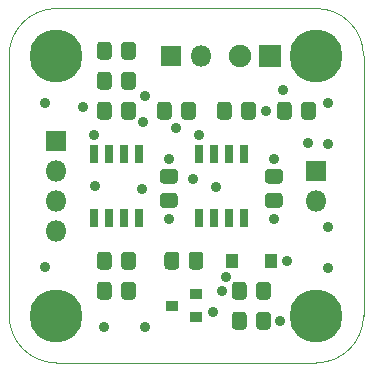
<source format=gbr>
%TF.GenerationSoftware,KiCad,Pcbnew,5.1.6+dfsg1-1~bpo10+1*%
%TF.CreationDate,2021-07-29T14:25:11+02:00*%
%TF.ProjectId,PW_Cond,50575f43-6f6e-4642-9e6b-696361645f70,rev?*%
%TF.SameCoordinates,Original*%
%TF.FileFunction,Soldermask,Top*%
%TF.FilePolarity,Negative*%
%FSLAX46Y46*%
G04 Gerber Fmt 4.6, Leading zero omitted, Abs format (unit mm)*
G04 Created by KiCad (PCBNEW 5.1.6+dfsg1-1~bpo10+1) date 2021-07-29 14:25:11*
%MOMM*%
%LPD*%
G01*
G04 APERTURE LIST*
%TA.AperFunction,Profile*%
%ADD10C,0.050000*%
%TD*%
%ADD11R,0.700000X1.650000*%
%ADD12O,1.800000X1.800000*%
%ADD13R,1.800000X1.800000*%
%ADD14R,1.000000X1.300000*%
%ADD15R,1.000000X0.900000*%
%ADD16C,0.800000*%
%ADD17C,4.500000*%
%ADD18C,1.900000*%
%ADD19R,1.900000X1.900000*%
%ADD20C,0.900000*%
G04 APERTURE END LIST*
D10*
X122000000Y-126000000D02*
X100000000Y-126000000D01*
X96000000Y-100000000D02*
G75*
G02*
X100000000Y-96000000I4000000J0D01*
G01*
X100000000Y-126000000D02*
G75*
G02*
X96000000Y-122000000I0J4000000D01*
G01*
X126000000Y-122000000D02*
G75*
G02*
X122000000Y-126000000I-4000000J0D01*
G01*
X122000000Y-96000000D02*
G75*
G02*
X126000000Y-100000000I0J-4000000D01*
G01*
X100000000Y-96000000D02*
X122000000Y-96000000D01*
X96000000Y-100000000D02*
X96000000Y-122000000D01*
X126000000Y-100000000D02*
X126000000Y-122000000D01*
D11*
%TO.C,U2*%
X115875000Y-113700000D03*
X114605000Y-113700000D03*
X113335000Y-113700000D03*
X112065000Y-113700000D03*
X112065000Y-108300000D03*
X113335000Y-108300000D03*
X114605000Y-108300000D03*
X115875000Y-108300000D03*
%TD*%
D12*
%TO.C,J3*%
X122000000Y-112270000D03*
D13*
X122000000Y-109730000D03*
%TD*%
D11*
%TO.C,U1*%
X106985000Y-113700000D03*
X105715000Y-113700000D03*
X104445000Y-113700000D03*
X103175000Y-113700000D03*
X103175000Y-108300000D03*
X104445000Y-108300000D03*
X105715000Y-108300000D03*
X106985000Y-108300000D03*
%TD*%
D12*
%TO.C,J2*%
X100000000Y-114810000D03*
X100000000Y-112270000D03*
X100000000Y-109730000D03*
D13*
X100000000Y-107190000D03*
%TD*%
%TO.C,R2*%
G36*
G01*
X116910000Y-122908262D02*
X116910000Y-121951738D01*
G75*
G02*
X117181738Y-121680000I271738J0D01*
G01*
X117888262Y-121680000D01*
G75*
G02*
X118160000Y-121951738I0J-271738D01*
G01*
X118160000Y-122908262D01*
G75*
G02*
X117888262Y-123180000I-271738J0D01*
G01*
X117181738Y-123180000D01*
G75*
G02*
X116910000Y-122908262I0J271738D01*
G01*
G37*
G36*
G01*
X114860000Y-122908262D02*
X114860000Y-121951738D01*
G75*
G02*
X115131738Y-121680000I271738J0D01*
G01*
X115838262Y-121680000D01*
G75*
G02*
X116110000Y-121951738I0J-271738D01*
G01*
X116110000Y-122908262D01*
G75*
G02*
X115838262Y-123180000I-271738J0D01*
G01*
X115131738Y-123180000D01*
G75*
G02*
X114860000Y-122908262I0J271738D01*
G01*
G37*
%TD*%
%TO.C,R5*%
G36*
G01*
X104680000Y-116871250D02*
X104680000Y-117828750D01*
G75*
G02*
X104408750Y-118100000I-271250J0D01*
G01*
X103701250Y-118100000D01*
G75*
G02*
X103430000Y-117828750I0J271250D01*
G01*
X103430000Y-116871250D01*
G75*
G02*
X103701250Y-116600000I271250J0D01*
G01*
X104408750Y-116600000D01*
G75*
G02*
X104680000Y-116871250I0J-271250D01*
G01*
G37*
G36*
G01*
X106730000Y-116871738D02*
X106730000Y-117828262D01*
G75*
G02*
X106458262Y-118100000I-271738J0D01*
G01*
X105751738Y-118100000D01*
G75*
G02*
X105480000Y-117828262I0J271738D01*
G01*
X105480000Y-116871738D01*
G75*
G02*
X105751738Y-116600000I271738J0D01*
G01*
X106458262Y-116600000D01*
G75*
G02*
X106730000Y-116871738I0J-271738D01*
G01*
G37*
%TD*%
%TO.C,C1*%
G36*
G01*
X110003262Y-110830000D02*
X109046738Y-110830000D01*
G75*
G02*
X108775000Y-110558262I0J271738D01*
G01*
X108775000Y-109851738D01*
G75*
G02*
X109046738Y-109580000I271738J0D01*
G01*
X110003262Y-109580000D01*
G75*
G02*
X110275000Y-109851738I0J-271738D01*
G01*
X110275000Y-110558262D01*
G75*
G02*
X110003262Y-110830000I-271738J0D01*
G01*
G37*
G36*
G01*
X110003262Y-112880000D02*
X109046738Y-112880000D01*
G75*
G02*
X108775000Y-112608262I0J271738D01*
G01*
X108775000Y-111901738D01*
G75*
G02*
X109046738Y-111630000I271738J0D01*
G01*
X110003262Y-111630000D01*
G75*
G02*
X110275000Y-111901738I0J-271738D01*
G01*
X110275000Y-112608262D01*
G75*
G02*
X110003262Y-112880000I-271738J0D01*
G01*
G37*
%TD*%
%TO.C,R4*%
G36*
G01*
X104680000Y-104171738D02*
X104680000Y-105128262D01*
G75*
G02*
X104408262Y-105400000I-271738J0D01*
G01*
X103701738Y-105400000D01*
G75*
G02*
X103430000Y-105128262I0J271738D01*
G01*
X103430000Y-104171738D01*
G75*
G02*
X103701738Y-103900000I271738J0D01*
G01*
X104408262Y-103900000D01*
G75*
G02*
X104680000Y-104171738I0J-271738D01*
G01*
G37*
G36*
G01*
X106730000Y-104171738D02*
X106730000Y-105128262D01*
G75*
G02*
X106458262Y-105400000I-271738J0D01*
G01*
X105751738Y-105400000D01*
G75*
G02*
X105480000Y-105128262I0J271738D01*
G01*
X105480000Y-104171738D01*
G75*
G02*
X105751738Y-103900000I271738J0D01*
G01*
X106458262Y-103900000D01*
G75*
G02*
X106730000Y-104171738I0J-271738D01*
G01*
G37*
%TD*%
D14*
%TO.C,D1*%
X118160000Y-117350000D03*
X114860000Y-117350000D03*
%TD*%
%TO.C,R10*%
G36*
G01*
X119920000Y-104171738D02*
X119920000Y-105128262D01*
G75*
G02*
X119648262Y-105400000I-271738J0D01*
G01*
X118941738Y-105400000D01*
G75*
G02*
X118670000Y-105128262I0J271738D01*
G01*
X118670000Y-104171738D01*
G75*
G02*
X118941738Y-103900000I271738J0D01*
G01*
X119648262Y-103900000D01*
G75*
G02*
X119920000Y-104171738I0J-271738D01*
G01*
G37*
G36*
G01*
X121970000Y-104171738D02*
X121970000Y-105128262D01*
G75*
G02*
X121698262Y-105400000I-271738J0D01*
G01*
X120991738Y-105400000D01*
G75*
G02*
X120720000Y-105128262I0J271738D01*
G01*
X120720000Y-104171738D01*
G75*
G02*
X120991738Y-103900000I271738J0D01*
G01*
X121698262Y-103900000D01*
G75*
G02*
X121970000Y-104171738I0J-271738D01*
G01*
G37*
%TD*%
%TO.C,R9*%
G36*
G01*
X115640000Y-105128262D02*
X115640000Y-104171738D01*
G75*
G02*
X115911738Y-103900000I271738J0D01*
G01*
X116618262Y-103900000D01*
G75*
G02*
X116890000Y-104171738I0J-271738D01*
G01*
X116890000Y-105128262D01*
G75*
G02*
X116618262Y-105400000I-271738J0D01*
G01*
X115911738Y-105400000D01*
G75*
G02*
X115640000Y-105128262I0J271738D01*
G01*
G37*
G36*
G01*
X113590000Y-105128262D02*
X113590000Y-104171738D01*
G75*
G02*
X113861738Y-103900000I271738J0D01*
G01*
X114568262Y-103900000D01*
G75*
G02*
X114840000Y-104171738I0J-271738D01*
G01*
X114840000Y-105128262D01*
G75*
G02*
X114568262Y-105400000I-271738J0D01*
G01*
X113861738Y-105400000D01*
G75*
G02*
X113590000Y-105128262I0J271738D01*
G01*
G37*
%TD*%
%TO.C,R7*%
G36*
G01*
X109760000Y-104171738D02*
X109760000Y-105128262D01*
G75*
G02*
X109488262Y-105400000I-271738J0D01*
G01*
X108781738Y-105400000D01*
G75*
G02*
X108510000Y-105128262I0J271738D01*
G01*
X108510000Y-104171738D01*
G75*
G02*
X108781738Y-103900000I271738J0D01*
G01*
X109488262Y-103900000D01*
G75*
G02*
X109760000Y-104171738I0J-271738D01*
G01*
G37*
G36*
G01*
X111810000Y-104171738D02*
X111810000Y-105128262D01*
G75*
G02*
X111538262Y-105400000I-271738J0D01*
G01*
X110831738Y-105400000D01*
G75*
G02*
X110560000Y-105128262I0J271738D01*
G01*
X110560000Y-104171738D01*
G75*
G02*
X110831738Y-103900000I271738J0D01*
G01*
X111538262Y-103900000D01*
G75*
G02*
X111810000Y-104171738I0J-271738D01*
G01*
G37*
%TD*%
%TO.C,R8*%
G36*
G01*
X110395000Y-116871738D02*
X110395000Y-117828262D01*
G75*
G02*
X110123262Y-118100000I-271738J0D01*
G01*
X109416738Y-118100000D01*
G75*
G02*
X109145000Y-117828262I0J271738D01*
G01*
X109145000Y-116871738D01*
G75*
G02*
X109416738Y-116600000I271738J0D01*
G01*
X110123262Y-116600000D01*
G75*
G02*
X110395000Y-116871738I0J-271738D01*
G01*
G37*
G36*
G01*
X112445000Y-116871738D02*
X112445000Y-117828262D01*
G75*
G02*
X112173262Y-118100000I-271738J0D01*
G01*
X111466738Y-118100000D01*
G75*
G02*
X111195000Y-117828262I0J271738D01*
G01*
X111195000Y-116871738D01*
G75*
G02*
X111466738Y-116600000I271738J0D01*
G01*
X112173262Y-116600000D01*
G75*
G02*
X112445000Y-116871738I0J-271738D01*
G01*
G37*
%TD*%
%TO.C,C2*%
G36*
G01*
X118893262Y-110830000D02*
X117936738Y-110830000D01*
G75*
G02*
X117665000Y-110558262I0J271738D01*
G01*
X117665000Y-109851738D01*
G75*
G02*
X117936738Y-109580000I271738J0D01*
G01*
X118893262Y-109580000D01*
G75*
G02*
X119165000Y-109851738I0J-271738D01*
G01*
X119165000Y-110558262D01*
G75*
G02*
X118893262Y-110830000I-271738J0D01*
G01*
G37*
G36*
G01*
X118893262Y-112880000D02*
X117936738Y-112880000D01*
G75*
G02*
X117665000Y-112608262I0J271738D01*
G01*
X117665000Y-111901738D01*
G75*
G02*
X117936738Y-111630000I271738J0D01*
G01*
X118893262Y-111630000D01*
G75*
G02*
X119165000Y-111901738I0J-271738D01*
G01*
X119165000Y-112608262D01*
G75*
G02*
X118893262Y-112880000I-271738J0D01*
G01*
G37*
%TD*%
%TO.C,R6*%
G36*
G01*
X116910000Y-120368262D02*
X116910000Y-119411738D01*
G75*
G02*
X117181738Y-119140000I271738J0D01*
G01*
X117888262Y-119140000D01*
G75*
G02*
X118160000Y-119411738I0J-271738D01*
G01*
X118160000Y-120368262D01*
G75*
G02*
X117888262Y-120640000I-271738J0D01*
G01*
X117181738Y-120640000D01*
G75*
G02*
X116910000Y-120368262I0J271738D01*
G01*
G37*
G36*
G01*
X114860000Y-120368262D02*
X114860000Y-119411738D01*
G75*
G02*
X115131738Y-119140000I271738J0D01*
G01*
X115838262Y-119140000D01*
G75*
G02*
X116110000Y-119411738I0J-271738D01*
G01*
X116110000Y-120368262D01*
G75*
G02*
X115838262Y-120640000I-271738J0D01*
G01*
X115131738Y-120640000D01*
G75*
G02*
X114860000Y-120368262I0J271738D01*
G01*
G37*
%TD*%
D15*
%TO.C,Q1*%
X109795000Y-121160000D03*
X111795000Y-120210000D03*
X111795000Y-122110000D03*
%TD*%
D16*
%TO.C,H4*%
X101166726Y-120833274D03*
X100000000Y-120350000D03*
X98833274Y-120833274D03*
X98350000Y-122000000D03*
X98833274Y-123166726D03*
X100000000Y-123650000D03*
X101166726Y-123166726D03*
X101650000Y-122000000D03*
D17*
X100000000Y-122000000D03*
%TD*%
D16*
%TO.C,H3*%
X123166726Y-120833274D03*
X122000000Y-120350000D03*
X120833274Y-120833274D03*
X120350000Y-122000000D03*
X120833274Y-123166726D03*
X122000000Y-123650000D03*
X123166726Y-123166726D03*
X123650000Y-122000000D03*
D17*
X122000000Y-122000000D03*
%TD*%
D16*
%TO.C,H2*%
X123166726Y-98833274D03*
X122000000Y-98350000D03*
X120833274Y-98833274D03*
X120350000Y-100000000D03*
X120833274Y-101166726D03*
X122000000Y-101650000D03*
X123166726Y-101166726D03*
X123650000Y-100000000D03*
D17*
X122000000Y-100000000D03*
%TD*%
D16*
%TO.C,H1*%
X101166726Y-98833274D03*
X100000000Y-98350000D03*
X98833274Y-98833274D03*
X98350000Y-100000000D03*
X98833274Y-101166726D03*
X100000000Y-101650000D03*
X101166726Y-101166726D03*
X101650000Y-100000000D03*
D17*
X100000000Y-100000000D03*
%TD*%
%TO.C,R11*%
G36*
G01*
X105480000Y-100048262D02*
X105480000Y-99091738D01*
G75*
G02*
X105751738Y-98820000I271738J0D01*
G01*
X106458262Y-98820000D01*
G75*
G02*
X106730000Y-99091738I0J-271738D01*
G01*
X106730000Y-100048262D01*
G75*
G02*
X106458262Y-100320000I-271738J0D01*
G01*
X105751738Y-100320000D01*
G75*
G02*
X105480000Y-100048262I0J271738D01*
G01*
G37*
G36*
G01*
X103430000Y-100048262D02*
X103430000Y-99091738D01*
G75*
G02*
X103701738Y-98820000I271738J0D01*
G01*
X104408262Y-98820000D01*
G75*
G02*
X104680000Y-99091738I0J-271738D01*
G01*
X104680000Y-100048262D01*
G75*
G02*
X104408262Y-100320000I-271738J0D01*
G01*
X103701738Y-100320000D01*
G75*
G02*
X103430000Y-100048262I0J271738D01*
G01*
G37*
%TD*%
%TO.C,R3*%
G36*
G01*
X104680000Y-119411738D02*
X104680000Y-120368262D01*
G75*
G02*
X104408262Y-120640000I-271738J0D01*
G01*
X103701738Y-120640000D01*
G75*
G02*
X103430000Y-120368262I0J271738D01*
G01*
X103430000Y-119411738D01*
G75*
G02*
X103701738Y-119140000I271738J0D01*
G01*
X104408262Y-119140000D01*
G75*
G02*
X104680000Y-119411738I0J-271738D01*
G01*
G37*
G36*
G01*
X106730000Y-119411738D02*
X106730000Y-120368262D01*
G75*
G02*
X106458262Y-120640000I-271738J0D01*
G01*
X105751738Y-120640000D01*
G75*
G02*
X105480000Y-120368262I0J271738D01*
G01*
X105480000Y-119411738D01*
G75*
G02*
X105751738Y-119140000I271738J0D01*
G01*
X106458262Y-119140000D01*
G75*
G02*
X106730000Y-119411738I0J-271738D01*
G01*
G37*
%TD*%
%TO.C,R1*%
G36*
G01*
X104680000Y-101631738D02*
X104680000Y-102588262D01*
G75*
G02*
X104408262Y-102860000I-271738J0D01*
G01*
X103701738Y-102860000D01*
G75*
G02*
X103430000Y-102588262I0J271738D01*
G01*
X103430000Y-101631738D01*
G75*
G02*
X103701738Y-101360000I271738J0D01*
G01*
X104408262Y-101360000D01*
G75*
G02*
X104680000Y-101631738I0J-271738D01*
G01*
G37*
G36*
G01*
X106730000Y-101631738D02*
X106730000Y-102588262D01*
G75*
G02*
X106458262Y-102860000I-271738J0D01*
G01*
X105751738Y-102860000D01*
G75*
G02*
X105480000Y-102588262I0J271738D01*
G01*
X105480000Y-101631738D01*
G75*
G02*
X105751738Y-101360000I271738J0D01*
G01*
X106458262Y-101360000D01*
G75*
G02*
X106730000Y-101631738I0J-271738D01*
G01*
G37*
%TD*%
D12*
%TO.C,J1*%
X112270000Y-100000000D03*
D13*
X109730000Y-100000000D03*
%TD*%
D18*
%TO.C,D2*%
X115560000Y-100000000D03*
D19*
X118100000Y-100000000D03*
%TD*%
D20*
X118923000Y-122430000D03*
X119558000Y-117350000D03*
X103175000Y-106682000D03*
X109525000Y-108714000D03*
X118415000Y-108714000D03*
X112065000Y-106682000D03*
X117780000Y-104650000D03*
X103302000Y-111049000D03*
X107239000Y-111303000D03*
X107366000Y-105588000D03*
X107493000Y-103429000D03*
X111557000Y-110414000D03*
X121336000Y-107366000D03*
X99000000Y-117907000D03*
X99000000Y-104000000D03*
X119177000Y-102921000D03*
X110160000Y-106096000D03*
X102286000Y-104318000D03*
X123000000Y-104000000D03*
X123000000Y-107500000D03*
X123000000Y-114500000D03*
X123000000Y-118000000D03*
X113491000Y-111127000D03*
X113237000Y-121668000D03*
X104000000Y-123000000D03*
X107500000Y-123000000D03*
X114380000Y-118747000D03*
X118415000Y-113794000D03*
X109525000Y-113794000D03*
X113999000Y-119890000D03*
M02*

</source>
